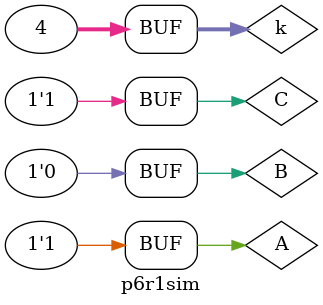
<source format=v>
`timescale 1ns / 1ps


module p6r1sim;
      reg A;
      reg B;
      reg C;
      wire X;
      
      
    p6r1 cut(
        .A(A),
        .B(B),
        .C(C),
        .X(X)
    );
    
    integer k = 0;

    initial 
    begin
         A = 0;
         B = 0;
         C = 0;
         
    for(k = 0; k < 4; k=k+1)
    begin
        {A,C} = k;
        #5 B = 1;
        #5 B = 0;
        #5 ;
    end
    end
endmodule

</source>
